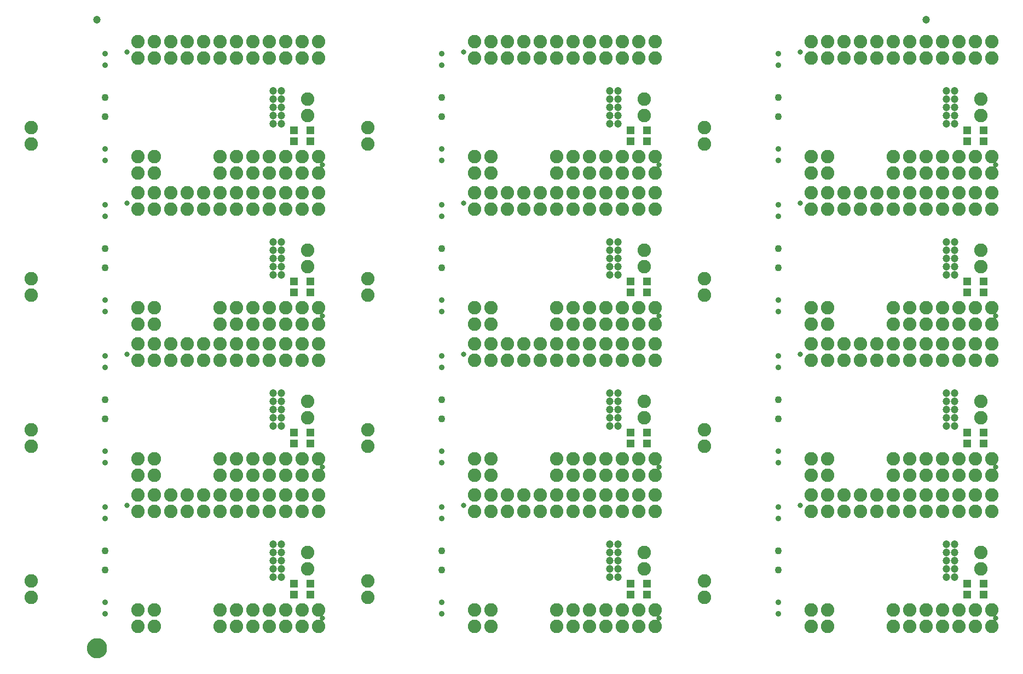
<source format=gbs>
G75*
%MOIN*%
%OFA0B0*%
%FSLAX25Y25*%
%IPPOS*%
%LPD*%
%AMOC8*
5,1,8,0,0,1.08239X$1,22.5*
%
%ADD10C,0.08200*%
%ADD11C,0.03556*%
%ADD12R,0.04737X0.05131*%
%ADD13C,0.04737*%
%ADD14C,0.04343*%
%ADD15C,0.03300*%
%ADD16C,0.05000*%
%ADD17C,0.06706*%
D10*
X0051750Y0051000D03*
X0051750Y0061000D03*
X0116750Y0043500D03*
X0126750Y0043500D03*
X0126750Y0033500D03*
X0116750Y0033500D03*
X0166750Y0033500D03*
X0176750Y0033500D03*
X0186750Y0033500D03*
X0196750Y0033500D03*
X0206750Y0033500D03*
X0216750Y0033500D03*
X0226750Y0033500D03*
X0226750Y0043500D03*
X0216750Y0043500D03*
X0206750Y0043500D03*
X0196750Y0043500D03*
X0186750Y0043500D03*
X0176750Y0043500D03*
X0166750Y0043500D03*
X0220250Y0068500D03*
X0220250Y0078500D03*
X0256750Y0061000D03*
X0256750Y0051000D03*
X0321750Y0043500D03*
X0331750Y0043500D03*
X0331750Y0033500D03*
X0321750Y0033500D03*
X0371750Y0033500D03*
X0381750Y0033500D03*
X0391750Y0033500D03*
X0401750Y0033500D03*
X0411750Y0033500D03*
X0421750Y0033500D03*
X0431750Y0033500D03*
X0431750Y0043500D03*
X0421750Y0043500D03*
X0411750Y0043500D03*
X0401750Y0043500D03*
X0391750Y0043500D03*
X0381750Y0043500D03*
X0371750Y0043500D03*
X0425250Y0068500D03*
X0425250Y0078500D03*
X0461750Y0061000D03*
X0461750Y0051000D03*
X0526750Y0043500D03*
X0536750Y0043500D03*
X0536750Y0033500D03*
X0526750Y0033500D03*
X0576750Y0033500D03*
X0586750Y0033500D03*
X0596750Y0033500D03*
X0606750Y0033500D03*
X0616750Y0033500D03*
X0626750Y0033500D03*
X0636750Y0033500D03*
X0636750Y0043500D03*
X0626750Y0043500D03*
X0616750Y0043500D03*
X0606750Y0043500D03*
X0596750Y0043500D03*
X0586750Y0043500D03*
X0576750Y0043500D03*
X0630250Y0068500D03*
X0630250Y0078500D03*
X0626750Y0103500D03*
X0636750Y0103500D03*
X0636750Y0113500D03*
X0626750Y0113500D03*
X0616750Y0113500D03*
X0606750Y0113500D03*
X0596750Y0113500D03*
X0596750Y0103500D03*
X0606750Y0103500D03*
X0616750Y0103500D03*
X0586750Y0103500D03*
X0576750Y0103500D03*
X0566750Y0103500D03*
X0566750Y0113500D03*
X0576750Y0113500D03*
X0586750Y0113500D03*
X0586750Y0125500D03*
X0576750Y0125500D03*
X0576750Y0135500D03*
X0586750Y0135500D03*
X0596750Y0135500D03*
X0606750Y0135500D03*
X0616750Y0135500D03*
X0626750Y0135500D03*
X0636750Y0135500D03*
X0636750Y0125500D03*
X0626750Y0125500D03*
X0616750Y0125500D03*
X0606750Y0125500D03*
X0596750Y0125500D03*
X0556750Y0113500D03*
X0546750Y0113500D03*
X0536750Y0113500D03*
X0526750Y0113500D03*
X0526750Y0103500D03*
X0536750Y0103500D03*
X0546750Y0103500D03*
X0556750Y0103500D03*
X0536750Y0125500D03*
X0526750Y0125500D03*
X0526750Y0135500D03*
X0536750Y0135500D03*
X0461750Y0143000D03*
X0461750Y0153000D03*
X0431750Y0135500D03*
X0421750Y0135500D03*
X0411750Y0135500D03*
X0401750Y0135500D03*
X0391750Y0135500D03*
X0381750Y0135500D03*
X0371750Y0135500D03*
X0371750Y0125500D03*
X0381750Y0125500D03*
X0391750Y0125500D03*
X0401750Y0125500D03*
X0411750Y0125500D03*
X0421750Y0125500D03*
X0431750Y0125500D03*
X0431750Y0113500D03*
X0421750Y0113500D03*
X0421750Y0103500D03*
X0431750Y0103500D03*
X0411750Y0103500D03*
X0401750Y0103500D03*
X0391750Y0103500D03*
X0381750Y0103500D03*
X0381750Y0113500D03*
X0391750Y0113500D03*
X0401750Y0113500D03*
X0411750Y0113500D03*
X0371750Y0113500D03*
X0361750Y0113500D03*
X0351750Y0113500D03*
X0351750Y0103500D03*
X0361750Y0103500D03*
X0371750Y0103500D03*
X0341750Y0103500D03*
X0331750Y0103500D03*
X0321750Y0103500D03*
X0321750Y0113500D03*
X0331750Y0113500D03*
X0341750Y0113500D03*
X0331750Y0125500D03*
X0321750Y0125500D03*
X0321750Y0135500D03*
X0331750Y0135500D03*
X0256750Y0143000D03*
X0256750Y0153000D03*
X0226750Y0135500D03*
X0216750Y0135500D03*
X0206750Y0135500D03*
X0196750Y0135500D03*
X0186750Y0135500D03*
X0176750Y0135500D03*
X0166750Y0135500D03*
X0166750Y0125500D03*
X0176750Y0125500D03*
X0186750Y0125500D03*
X0196750Y0125500D03*
X0206750Y0125500D03*
X0216750Y0125500D03*
X0226750Y0125500D03*
X0226750Y0113500D03*
X0216750Y0113500D03*
X0206750Y0113500D03*
X0206750Y0103500D03*
X0216750Y0103500D03*
X0226750Y0103500D03*
X0196750Y0103500D03*
X0186750Y0103500D03*
X0176750Y0103500D03*
X0176750Y0113500D03*
X0186750Y0113500D03*
X0196750Y0113500D03*
X0166750Y0113500D03*
X0156750Y0113500D03*
X0146750Y0113500D03*
X0146750Y0103500D03*
X0156750Y0103500D03*
X0166750Y0103500D03*
X0136750Y0103500D03*
X0126750Y0103500D03*
X0116750Y0103500D03*
X0116750Y0113500D03*
X0126750Y0113500D03*
X0136750Y0113500D03*
X0126750Y0125500D03*
X0116750Y0125500D03*
X0116750Y0135500D03*
X0126750Y0135500D03*
X0051750Y0143000D03*
X0051750Y0153000D03*
X0116750Y0195500D03*
X0126750Y0195500D03*
X0136750Y0195500D03*
X0136750Y0205500D03*
X0126750Y0205500D03*
X0116750Y0205500D03*
X0116750Y0217500D03*
X0126750Y0217500D03*
X0126750Y0227500D03*
X0116750Y0227500D03*
X0146750Y0205500D03*
X0156750Y0205500D03*
X0166750Y0205500D03*
X0166750Y0195500D03*
X0156750Y0195500D03*
X0146750Y0195500D03*
X0176750Y0195500D03*
X0186750Y0195500D03*
X0196750Y0195500D03*
X0196750Y0205500D03*
X0186750Y0205500D03*
X0176750Y0205500D03*
X0176750Y0217500D03*
X0186750Y0217500D03*
X0196750Y0217500D03*
X0196750Y0227500D03*
X0186750Y0227500D03*
X0176750Y0227500D03*
X0166750Y0227500D03*
X0166750Y0217500D03*
X0206750Y0217500D03*
X0216750Y0217500D03*
X0226750Y0217500D03*
X0226750Y0227500D03*
X0216750Y0227500D03*
X0206750Y0227500D03*
X0206750Y0205500D03*
X0216750Y0205500D03*
X0226750Y0205500D03*
X0226750Y0195500D03*
X0216750Y0195500D03*
X0206750Y0195500D03*
X0220250Y0170500D03*
X0220250Y0160500D03*
X0321750Y0195500D03*
X0331750Y0195500D03*
X0341750Y0195500D03*
X0341750Y0205500D03*
X0331750Y0205500D03*
X0321750Y0205500D03*
X0321750Y0217500D03*
X0331750Y0217500D03*
X0331750Y0227500D03*
X0321750Y0227500D03*
X0351750Y0205500D03*
X0361750Y0205500D03*
X0371750Y0205500D03*
X0371750Y0195500D03*
X0361750Y0195500D03*
X0351750Y0195500D03*
X0381750Y0195500D03*
X0391750Y0195500D03*
X0401750Y0195500D03*
X0411750Y0195500D03*
X0411750Y0205500D03*
X0401750Y0205500D03*
X0391750Y0205500D03*
X0381750Y0205500D03*
X0381750Y0217500D03*
X0391750Y0217500D03*
X0401750Y0217500D03*
X0411750Y0217500D03*
X0411750Y0227500D03*
X0401750Y0227500D03*
X0391750Y0227500D03*
X0381750Y0227500D03*
X0371750Y0227500D03*
X0371750Y0217500D03*
X0421750Y0217500D03*
X0431750Y0217500D03*
X0431750Y0227500D03*
X0421750Y0227500D03*
X0421750Y0205500D03*
X0431750Y0205500D03*
X0431750Y0195500D03*
X0421750Y0195500D03*
X0425250Y0170500D03*
X0425250Y0160500D03*
X0526750Y0195500D03*
X0536750Y0195500D03*
X0546750Y0195500D03*
X0556750Y0195500D03*
X0556750Y0205500D03*
X0546750Y0205500D03*
X0536750Y0205500D03*
X0526750Y0205500D03*
X0526750Y0217500D03*
X0536750Y0217500D03*
X0536750Y0227500D03*
X0526750Y0227500D03*
X0566750Y0205500D03*
X0576750Y0205500D03*
X0586750Y0205500D03*
X0586750Y0195500D03*
X0576750Y0195500D03*
X0566750Y0195500D03*
X0596750Y0195500D03*
X0606750Y0195500D03*
X0616750Y0195500D03*
X0616750Y0205500D03*
X0606750Y0205500D03*
X0596750Y0205500D03*
X0596750Y0217500D03*
X0606750Y0217500D03*
X0616750Y0217500D03*
X0616750Y0227500D03*
X0606750Y0227500D03*
X0596750Y0227500D03*
X0586750Y0227500D03*
X0576750Y0227500D03*
X0576750Y0217500D03*
X0586750Y0217500D03*
X0626750Y0217500D03*
X0636750Y0217500D03*
X0636750Y0227500D03*
X0626750Y0227500D03*
X0626750Y0205500D03*
X0636750Y0205500D03*
X0636750Y0195500D03*
X0626750Y0195500D03*
X0630250Y0170500D03*
X0630250Y0160500D03*
X0630250Y0252500D03*
X0630250Y0262500D03*
X0626750Y0287500D03*
X0636750Y0287500D03*
X0636750Y0297500D03*
X0626750Y0297500D03*
X0616750Y0297500D03*
X0606750Y0297500D03*
X0596750Y0297500D03*
X0586750Y0297500D03*
X0576750Y0297500D03*
X0566750Y0297500D03*
X0556750Y0297500D03*
X0546750Y0297500D03*
X0536750Y0297500D03*
X0526750Y0297500D03*
X0526750Y0287500D03*
X0536750Y0287500D03*
X0546750Y0287500D03*
X0556750Y0287500D03*
X0566750Y0287500D03*
X0576750Y0287500D03*
X0586750Y0287500D03*
X0596750Y0287500D03*
X0606750Y0287500D03*
X0616750Y0287500D03*
X0616750Y0309500D03*
X0606750Y0309500D03*
X0596750Y0309500D03*
X0596750Y0319500D03*
X0606750Y0319500D03*
X0616750Y0319500D03*
X0626750Y0319500D03*
X0636750Y0319500D03*
X0636750Y0309500D03*
X0626750Y0309500D03*
X0586750Y0309500D03*
X0576750Y0309500D03*
X0576750Y0319500D03*
X0586750Y0319500D03*
X0536750Y0319500D03*
X0526750Y0319500D03*
X0526750Y0309500D03*
X0536750Y0309500D03*
X0461750Y0327000D03*
X0461750Y0337000D03*
X0431750Y0319500D03*
X0421750Y0319500D03*
X0421750Y0309500D03*
X0431750Y0309500D03*
X0431750Y0297500D03*
X0421750Y0297500D03*
X0411750Y0297500D03*
X0401750Y0297500D03*
X0391750Y0297500D03*
X0381750Y0297500D03*
X0371750Y0297500D03*
X0361750Y0297500D03*
X0351750Y0297500D03*
X0341750Y0297500D03*
X0331750Y0297500D03*
X0321750Y0297500D03*
X0321750Y0287500D03*
X0331750Y0287500D03*
X0341750Y0287500D03*
X0351750Y0287500D03*
X0361750Y0287500D03*
X0371750Y0287500D03*
X0381750Y0287500D03*
X0391750Y0287500D03*
X0401750Y0287500D03*
X0411750Y0287500D03*
X0421750Y0287500D03*
X0431750Y0287500D03*
X0425250Y0262500D03*
X0425250Y0252500D03*
X0461750Y0245000D03*
X0461750Y0235000D03*
X0411750Y0309500D03*
X0401750Y0309500D03*
X0391750Y0309500D03*
X0381750Y0309500D03*
X0381750Y0319500D03*
X0391750Y0319500D03*
X0401750Y0319500D03*
X0411750Y0319500D03*
X0371750Y0319500D03*
X0371750Y0309500D03*
X0331750Y0309500D03*
X0321750Y0309500D03*
X0321750Y0319500D03*
X0331750Y0319500D03*
X0256750Y0327000D03*
X0256750Y0337000D03*
X0226750Y0319500D03*
X0216750Y0319500D03*
X0206750Y0319500D03*
X0206750Y0309500D03*
X0216750Y0309500D03*
X0226750Y0309500D03*
X0226750Y0297500D03*
X0216750Y0297500D03*
X0206750Y0297500D03*
X0196750Y0297500D03*
X0186750Y0297500D03*
X0176750Y0297500D03*
X0166750Y0297500D03*
X0156750Y0297500D03*
X0146750Y0297500D03*
X0136750Y0297500D03*
X0126750Y0297500D03*
X0116750Y0297500D03*
X0116750Y0287500D03*
X0126750Y0287500D03*
X0136750Y0287500D03*
X0146750Y0287500D03*
X0156750Y0287500D03*
X0166750Y0287500D03*
X0176750Y0287500D03*
X0186750Y0287500D03*
X0196750Y0287500D03*
X0206750Y0287500D03*
X0216750Y0287500D03*
X0226750Y0287500D03*
X0220250Y0262500D03*
X0220250Y0252500D03*
X0256750Y0245000D03*
X0256750Y0235000D03*
X0196750Y0309500D03*
X0186750Y0309500D03*
X0176750Y0309500D03*
X0176750Y0319500D03*
X0186750Y0319500D03*
X0196750Y0319500D03*
X0166750Y0319500D03*
X0166750Y0309500D03*
X0126750Y0309500D03*
X0116750Y0309500D03*
X0116750Y0319500D03*
X0126750Y0319500D03*
X0051750Y0327000D03*
X0051750Y0337000D03*
X0116750Y0379500D03*
X0126750Y0379500D03*
X0136750Y0379500D03*
X0146750Y0379500D03*
X0156750Y0379500D03*
X0166750Y0379500D03*
X0176750Y0379500D03*
X0186750Y0379500D03*
X0196750Y0379500D03*
X0206750Y0379500D03*
X0216750Y0379500D03*
X0226750Y0379500D03*
X0226750Y0389500D03*
X0216750Y0389500D03*
X0206750Y0389500D03*
X0196750Y0389500D03*
X0186750Y0389500D03*
X0176750Y0389500D03*
X0166750Y0389500D03*
X0156750Y0389500D03*
X0146750Y0389500D03*
X0136750Y0389500D03*
X0126750Y0389500D03*
X0116750Y0389500D03*
X0220250Y0354500D03*
X0220250Y0344500D03*
X0321750Y0379500D03*
X0331750Y0379500D03*
X0341750Y0379500D03*
X0351750Y0379500D03*
X0361750Y0379500D03*
X0371750Y0379500D03*
X0381750Y0379500D03*
X0391750Y0379500D03*
X0401750Y0379500D03*
X0411750Y0379500D03*
X0421750Y0379500D03*
X0431750Y0379500D03*
X0431750Y0389500D03*
X0421750Y0389500D03*
X0411750Y0389500D03*
X0401750Y0389500D03*
X0391750Y0389500D03*
X0381750Y0389500D03*
X0371750Y0389500D03*
X0361750Y0389500D03*
X0351750Y0389500D03*
X0341750Y0389500D03*
X0331750Y0389500D03*
X0321750Y0389500D03*
X0425250Y0354500D03*
X0425250Y0344500D03*
X0526750Y0379500D03*
X0536750Y0379500D03*
X0546750Y0379500D03*
X0556750Y0379500D03*
X0566750Y0379500D03*
X0576750Y0379500D03*
X0586750Y0379500D03*
X0596750Y0379500D03*
X0606750Y0379500D03*
X0616750Y0379500D03*
X0626750Y0379500D03*
X0636750Y0379500D03*
X0636750Y0389500D03*
X0626750Y0389500D03*
X0616750Y0389500D03*
X0606750Y0389500D03*
X0596750Y0389500D03*
X0586750Y0389500D03*
X0576750Y0389500D03*
X0566750Y0389500D03*
X0556750Y0389500D03*
X0546750Y0389500D03*
X0536750Y0389500D03*
X0526750Y0389500D03*
X0630250Y0354500D03*
X0630250Y0344500D03*
X0051750Y0245000D03*
X0051750Y0235000D03*
D11*
X0096750Y0232043D03*
X0096750Y0224957D03*
X0096750Y0198043D03*
X0096750Y0190957D03*
X0096750Y0140043D03*
X0096750Y0132957D03*
X0096750Y0106043D03*
X0096750Y0098957D03*
X0096750Y0048043D03*
X0096750Y0040957D03*
X0301750Y0040957D03*
X0301750Y0048043D03*
X0301750Y0098957D03*
X0301750Y0106043D03*
X0301750Y0132957D03*
X0301750Y0140043D03*
X0301750Y0190957D03*
X0301750Y0198043D03*
X0301750Y0224957D03*
X0301750Y0232043D03*
X0301750Y0282957D03*
X0301750Y0290043D03*
X0301750Y0316957D03*
X0301750Y0324043D03*
X0301750Y0374957D03*
X0301750Y0382043D03*
X0096750Y0382043D03*
X0096750Y0374957D03*
X0096750Y0324043D03*
X0096750Y0316957D03*
X0096750Y0290043D03*
X0096750Y0282957D03*
X0506750Y0282957D03*
X0506750Y0290043D03*
X0506750Y0316957D03*
X0506750Y0324043D03*
X0506750Y0374957D03*
X0506750Y0382043D03*
X0506750Y0232043D03*
X0506750Y0224957D03*
X0506750Y0198043D03*
X0506750Y0190957D03*
X0506750Y0140043D03*
X0506750Y0132957D03*
X0506750Y0106043D03*
X0506750Y0098957D03*
X0506750Y0048043D03*
X0506750Y0040957D03*
D12*
X0426750Y0052654D03*
X0416750Y0052654D03*
X0416750Y0059346D03*
X0426750Y0059346D03*
X0426750Y0144654D03*
X0426750Y0151346D03*
X0416750Y0151346D03*
X0416750Y0144654D03*
X0416750Y0236654D03*
X0426750Y0236654D03*
X0426750Y0243346D03*
X0416750Y0243346D03*
X0416750Y0328654D03*
X0426750Y0328654D03*
X0426750Y0335346D03*
X0416750Y0335346D03*
X0221750Y0335346D03*
X0221750Y0328654D03*
X0211750Y0328654D03*
X0211750Y0335346D03*
X0211750Y0243346D03*
X0211750Y0236654D03*
X0221750Y0236654D03*
X0221750Y0243346D03*
X0221750Y0151346D03*
X0221750Y0144654D03*
X0211750Y0144654D03*
X0211750Y0151346D03*
X0211750Y0059346D03*
X0211750Y0052654D03*
X0221750Y0052654D03*
X0221750Y0059346D03*
X0621750Y0059346D03*
X0631750Y0059346D03*
X0631750Y0052654D03*
X0621750Y0052654D03*
X0621750Y0144654D03*
X0621750Y0151346D03*
X0631750Y0151346D03*
X0631750Y0144654D03*
X0631750Y0236654D03*
X0621750Y0236654D03*
X0621750Y0243346D03*
X0631750Y0243346D03*
X0631750Y0328654D03*
X0621750Y0328654D03*
X0621750Y0335346D03*
X0631750Y0335346D03*
D13*
X0614250Y0339500D03*
X0614250Y0344500D03*
X0614250Y0349500D03*
X0614250Y0354500D03*
X0614250Y0359500D03*
X0609250Y0359500D03*
X0609250Y0354500D03*
X0609250Y0349500D03*
X0609250Y0344500D03*
X0609250Y0339500D03*
X0596750Y0402750D03*
X0409250Y0359500D03*
X0409250Y0354500D03*
X0409250Y0349500D03*
X0409250Y0344500D03*
X0409250Y0339500D03*
X0404250Y0339500D03*
X0404250Y0344500D03*
X0404250Y0349500D03*
X0404250Y0354500D03*
X0404250Y0359500D03*
X0404250Y0267500D03*
X0404250Y0262500D03*
X0409250Y0262500D03*
X0409250Y0267500D03*
X0409250Y0257500D03*
X0409250Y0252500D03*
X0409250Y0247500D03*
X0404250Y0247500D03*
X0404250Y0252500D03*
X0404250Y0257500D03*
X0404250Y0175500D03*
X0404250Y0170500D03*
X0404250Y0165500D03*
X0409250Y0165500D03*
X0409250Y0170500D03*
X0409250Y0175500D03*
X0409250Y0160500D03*
X0409250Y0155500D03*
X0404250Y0155500D03*
X0404250Y0160500D03*
X0404250Y0083500D03*
X0404250Y0078500D03*
X0404250Y0073500D03*
X0404250Y0068500D03*
X0404250Y0063500D03*
X0409250Y0063500D03*
X0409250Y0068500D03*
X0409250Y0073500D03*
X0409250Y0078500D03*
X0409250Y0083500D03*
X0609250Y0083500D03*
X0609250Y0078500D03*
X0609250Y0073500D03*
X0609250Y0068500D03*
X0609250Y0063500D03*
X0614250Y0063500D03*
X0614250Y0068500D03*
X0614250Y0073500D03*
X0614250Y0078500D03*
X0614250Y0083500D03*
X0614250Y0155500D03*
X0614250Y0160500D03*
X0609250Y0160500D03*
X0609250Y0155500D03*
X0609250Y0165500D03*
X0609250Y0170500D03*
X0609250Y0175500D03*
X0614250Y0175500D03*
X0614250Y0170500D03*
X0614250Y0165500D03*
X0614250Y0247500D03*
X0614250Y0252500D03*
X0614250Y0257500D03*
X0609250Y0257500D03*
X0609250Y0252500D03*
X0609250Y0247500D03*
X0609250Y0262500D03*
X0609250Y0267500D03*
X0614250Y0267500D03*
X0614250Y0262500D03*
X0204250Y0262500D03*
X0199250Y0262500D03*
X0199250Y0267500D03*
X0204250Y0267500D03*
X0204250Y0257500D03*
X0199250Y0257500D03*
X0199250Y0252500D03*
X0204250Y0252500D03*
X0204250Y0247500D03*
X0199250Y0247500D03*
X0199250Y0175500D03*
X0204250Y0175500D03*
X0204250Y0170500D03*
X0199250Y0170500D03*
X0199250Y0165500D03*
X0204250Y0165500D03*
X0204250Y0160500D03*
X0199250Y0160500D03*
X0199250Y0155500D03*
X0204250Y0155500D03*
X0204250Y0083500D03*
X0199250Y0083500D03*
X0199250Y0078500D03*
X0204250Y0078500D03*
X0204250Y0073500D03*
X0199250Y0073500D03*
X0199250Y0068500D03*
X0204250Y0068500D03*
X0204250Y0063500D03*
X0199250Y0063500D03*
X0199250Y0339500D03*
X0204250Y0339500D03*
X0204250Y0344500D03*
X0199250Y0344500D03*
X0199250Y0349500D03*
X0204250Y0349500D03*
X0204250Y0354500D03*
X0199250Y0354500D03*
X0199250Y0359500D03*
X0204250Y0359500D03*
X0091750Y0402750D03*
D14*
X0096750Y0355406D03*
X0096750Y0343594D03*
X0096750Y0263406D03*
X0096750Y0251594D03*
X0096750Y0171406D03*
X0096750Y0159594D03*
X0096750Y0079406D03*
X0096750Y0067594D03*
X0301750Y0067594D03*
X0301750Y0079406D03*
X0301750Y0159594D03*
X0301750Y0171406D03*
X0301750Y0251594D03*
X0301750Y0263406D03*
X0301750Y0343594D03*
X0301750Y0355406D03*
X0506750Y0355406D03*
X0506750Y0343594D03*
X0506750Y0263406D03*
X0506750Y0251594D03*
X0506750Y0171406D03*
X0506750Y0159594D03*
X0506750Y0079406D03*
X0506750Y0067594D03*
D15*
X0520250Y0107000D03*
X0434250Y0130500D03*
X0315250Y0107000D03*
X0229250Y0130500D03*
X0110250Y0107000D03*
X0229250Y0038500D03*
X0434250Y0038500D03*
X0639250Y0038500D03*
X0639250Y0130500D03*
X0520250Y0199000D03*
X0434250Y0222500D03*
X0315250Y0199000D03*
X0229250Y0222500D03*
X0315250Y0291000D03*
X0229250Y0314500D03*
X0315250Y0383000D03*
X0434250Y0314500D03*
X0520250Y0291000D03*
X0639250Y0314500D03*
X0520250Y0383000D03*
X0639250Y0222500D03*
X0110250Y0199000D03*
X0110250Y0291000D03*
X0110250Y0383000D03*
D16*
X0088185Y0020250D02*
X0088187Y0020369D01*
X0088193Y0020488D01*
X0088203Y0020607D01*
X0088217Y0020725D01*
X0088235Y0020843D01*
X0088256Y0020960D01*
X0088282Y0021076D01*
X0088312Y0021192D01*
X0088345Y0021306D01*
X0088382Y0021419D01*
X0088423Y0021531D01*
X0088468Y0021642D01*
X0088516Y0021751D01*
X0088568Y0021858D01*
X0088624Y0021963D01*
X0088683Y0022067D01*
X0088745Y0022168D01*
X0088811Y0022268D01*
X0088880Y0022365D01*
X0088952Y0022459D01*
X0089028Y0022552D01*
X0089106Y0022641D01*
X0089187Y0022728D01*
X0089272Y0022813D01*
X0089359Y0022894D01*
X0089448Y0022972D01*
X0089541Y0023048D01*
X0089635Y0023120D01*
X0089732Y0023189D01*
X0089832Y0023255D01*
X0089933Y0023317D01*
X0090037Y0023376D01*
X0090142Y0023432D01*
X0090249Y0023484D01*
X0090358Y0023532D01*
X0090469Y0023577D01*
X0090581Y0023618D01*
X0090694Y0023655D01*
X0090808Y0023688D01*
X0090924Y0023718D01*
X0091040Y0023744D01*
X0091157Y0023765D01*
X0091275Y0023783D01*
X0091393Y0023797D01*
X0091512Y0023807D01*
X0091631Y0023813D01*
X0091750Y0023815D01*
X0091869Y0023813D01*
X0091988Y0023807D01*
X0092107Y0023797D01*
X0092225Y0023783D01*
X0092343Y0023765D01*
X0092460Y0023744D01*
X0092576Y0023718D01*
X0092692Y0023688D01*
X0092806Y0023655D01*
X0092919Y0023618D01*
X0093031Y0023577D01*
X0093142Y0023532D01*
X0093251Y0023484D01*
X0093358Y0023432D01*
X0093463Y0023376D01*
X0093567Y0023317D01*
X0093668Y0023255D01*
X0093768Y0023189D01*
X0093865Y0023120D01*
X0093959Y0023048D01*
X0094052Y0022972D01*
X0094141Y0022894D01*
X0094228Y0022813D01*
X0094313Y0022728D01*
X0094394Y0022641D01*
X0094472Y0022552D01*
X0094548Y0022459D01*
X0094620Y0022365D01*
X0094689Y0022268D01*
X0094755Y0022168D01*
X0094817Y0022067D01*
X0094876Y0021963D01*
X0094932Y0021858D01*
X0094984Y0021751D01*
X0095032Y0021642D01*
X0095077Y0021531D01*
X0095118Y0021419D01*
X0095155Y0021306D01*
X0095188Y0021192D01*
X0095218Y0021076D01*
X0095244Y0020960D01*
X0095265Y0020843D01*
X0095283Y0020725D01*
X0095297Y0020607D01*
X0095307Y0020488D01*
X0095313Y0020369D01*
X0095315Y0020250D01*
X0095313Y0020131D01*
X0095307Y0020012D01*
X0095297Y0019893D01*
X0095283Y0019775D01*
X0095265Y0019657D01*
X0095244Y0019540D01*
X0095218Y0019424D01*
X0095188Y0019308D01*
X0095155Y0019194D01*
X0095118Y0019081D01*
X0095077Y0018969D01*
X0095032Y0018858D01*
X0094984Y0018749D01*
X0094932Y0018642D01*
X0094876Y0018537D01*
X0094817Y0018433D01*
X0094755Y0018332D01*
X0094689Y0018232D01*
X0094620Y0018135D01*
X0094548Y0018041D01*
X0094472Y0017948D01*
X0094394Y0017859D01*
X0094313Y0017772D01*
X0094228Y0017687D01*
X0094141Y0017606D01*
X0094052Y0017528D01*
X0093959Y0017452D01*
X0093865Y0017380D01*
X0093768Y0017311D01*
X0093668Y0017245D01*
X0093567Y0017183D01*
X0093463Y0017124D01*
X0093358Y0017068D01*
X0093251Y0017016D01*
X0093142Y0016968D01*
X0093031Y0016923D01*
X0092919Y0016882D01*
X0092806Y0016845D01*
X0092692Y0016812D01*
X0092576Y0016782D01*
X0092460Y0016756D01*
X0092343Y0016735D01*
X0092225Y0016717D01*
X0092107Y0016703D01*
X0091988Y0016693D01*
X0091869Y0016687D01*
X0091750Y0016685D01*
X0091631Y0016687D01*
X0091512Y0016693D01*
X0091393Y0016703D01*
X0091275Y0016717D01*
X0091157Y0016735D01*
X0091040Y0016756D01*
X0090924Y0016782D01*
X0090808Y0016812D01*
X0090694Y0016845D01*
X0090581Y0016882D01*
X0090469Y0016923D01*
X0090358Y0016968D01*
X0090249Y0017016D01*
X0090142Y0017068D01*
X0090037Y0017124D01*
X0089933Y0017183D01*
X0089832Y0017245D01*
X0089732Y0017311D01*
X0089635Y0017380D01*
X0089541Y0017452D01*
X0089448Y0017528D01*
X0089359Y0017606D01*
X0089272Y0017687D01*
X0089187Y0017772D01*
X0089106Y0017859D01*
X0089028Y0017948D01*
X0088952Y0018041D01*
X0088880Y0018135D01*
X0088811Y0018232D01*
X0088745Y0018332D01*
X0088683Y0018433D01*
X0088624Y0018537D01*
X0088568Y0018642D01*
X0088516Y0018749D01*
X0088468Y0018858D01*
X0088423Y0018969D01*
X0088382Y0019081D01*
X0088345Y0019194D01*
X0088312Y0019308D01*
X0088282Y0019424D01*
X0088256Y0019540D01*
X0088235Y0019657D01*
X0088217Y0019775D01*
X0088203Y0019893D01*
X0088193Y0020012D01*
X0088187Y0020131D01*
X0088185Y0020250D01*
D17*
X0091750Y0020250D03*
M02*

</source>
